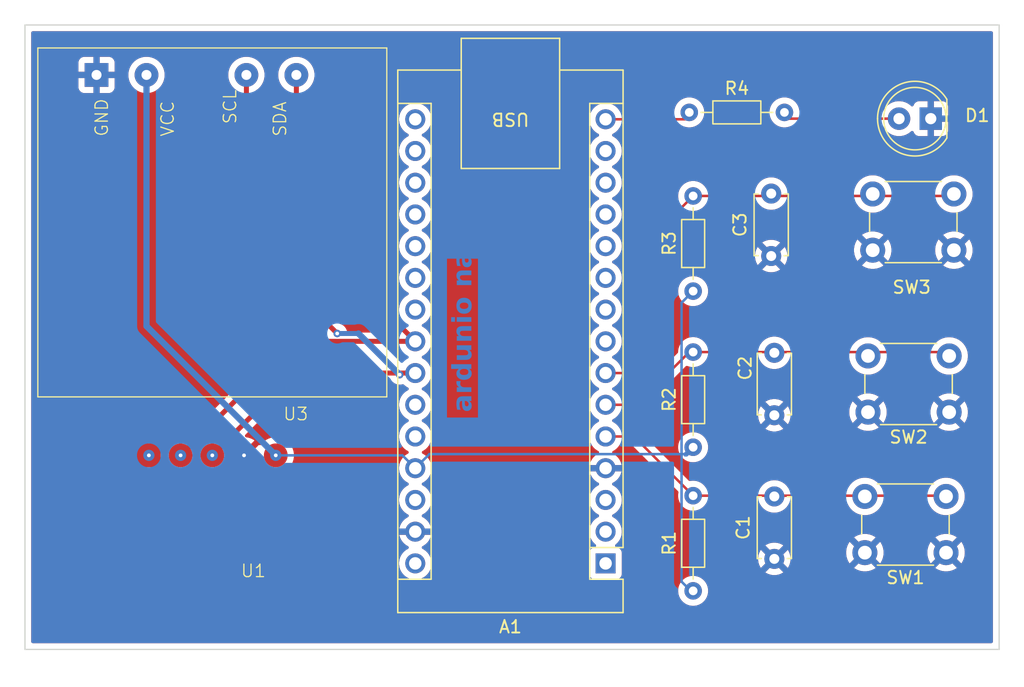
<source format=kicad_pcb>
(kicad_pcb (version 20241229) (generator "pcbnew") (generator_version "9.0")
  (layers (0 "F.Cu" signal "Front") (4 "In1.Cu" signal) (6 "In2.Cu" signal) (2 "B.Cu" signal "Back") (13 "F.Paste" user) (15 "B.Paste" user) (5 "F.SilkS" user "F.Silkscreen") (7 "B.SilkS" user "B.Silkscreen") (1 "F.Mask" user) (3 "B.Mask" user) (25 "Edge.Cuts" user))
  (net 0 "")
  (net 1 "GND")
  (net 9 "Net-(A1-D2)")
  (net 10 "+5V")
  (net 11 "Net-(A1-D3)")
  (net 18 "Net-(A1-A4)")
  (net 21 "Net-(A1-D4)")
  (net 22 "Net-(A1-D12)")
  (net 29 "Net-(A1-A5)")
  (net 30 "Net-(D1-A)")
  (net 31 "unconnected-(U1-INT-Pad1)")
  (footprint "Resistor_THT:R_Axial_DIN0204_L3.6mm_D1.6mm_P7.62mm_Horizontal" (layer "F.Cu") (at 152.5 93.81 90)
    (property "Reference" "R2" (at 3.81 -1.92 90) (layer "F.SilkS"))
    (property "Value" "1k")
    (fp_line (start 6.68 0) (end 5.73 0) (stroke (width 0.12)) (layer "F.SilkS"))
    (fp_line (start 0.94 0) (end 1.89 0) (stroke (width 0.12)) (layer "F.SilkS"))
    (fp_rect (start 1.89 -0.92) (end 5.73 0.92) (stroke (width 0.12)) (fill no) (layer "F.SilkS"))
    (pad "1" thru_hole circle (at 0 0 90) (size 1.4 1.4) (drill 0.7) (layers "*.Cu" "*.Mask") (net 10 "+5V"))
    (pad "2" thru_hole circle (at 7.62 0 90) (size 1.4 1.4) (drill 0.7) (layers "*.Cu" "*.Mask") (net 11 "Net-(A1-D3)"))
  )
  (footprint "Button_Switch_THT:SW_PUSH_6mm" (layer "F.Cu") (at 172.75 102.25 180)
    (property "Reference" "SW1" (at 3.25 -2 0) (layer "F.SilkS"))
    (property "Value" "SW_Push")
    (fp_line (start 6.75 3) (end 6.75 1.5) (stroke (width 0.12)) (layer "F.SilkS"))
    (fp_line (start 5.5 -1) (end 1 -1) (stroke (width 0.12)) (layer "F.SilkS"))
    (fp_line (start 1 5.5) (end 5.5 5.5) (stroke (width 0.12)) (layer "F.SilkS"))
    (fp_line (start -0.25 1.5) (end -0.25 3) (stroke (width 0.12)) (layer "F.SilkS"))
    (pad "1" thru_hole circle (at 0 0 270) (size 2 2) (drill 1.1) (layers "*.Cu" "*.Mask") (net 1 "GND"))
    (pad "1" thru_hole circle (at 6.5 0 270) (size 2 2) (drill 1.1) (layers "*.Cu" "*.Mask") (net 1 "GND"))
    (pad "2" thru_hole circle (at 0 4.5 270) (size 2 2) (drill 1.1) (layers "*.Cu" "*.Mask") (net 9 "Net-(A1-D2)"))
    (pad "2" thru_hole circle (at 6.5 4.5 270) (size 2 2) (drill 1.1) (layers "*.Cu" "*.Mask") (net 9 "Net-(A1-D2)"))
  )
  (footprint "Resistor_THT:R_Axial_DIN0204_L3.6mm_D1.6mm_P7.62mm_Horizontal" (layer "F.Cu") (at 152.5 105.31 90)
    (property "Reference" "R1" (at 3.81 -1.92 90) (layer "F.SilkS"))
    (property "Value" "1k")
    (fp_line (start 6.68 0) (end 5.73 0) (stroke (width 0.12)) (layer "F.SilkS"))
    (fp_line (start 0.94 0) (end 1.89 0) (stroke (width 0.12)) (layer "F.SilkS"))
    (fp_rect (start 1.89 -0.92) (end 5.73 0.92) (stroke (width 0.12)) (fill no) (layer "F.SilkS"))
    (pad "1" thru_hole circle (at 0 0 90) (size 1.4 1.4) (drill 0.7) (layers "*.Cu" "*.Mask") (net 10 "+5V"))
    (pad "2" thru_hole circle (at 7.62 0 90) (size 1.4 1.4) (drill 0.7) (layers "*.Cu" "*.Mask") (net 9 "Net-(A1-D2)"))
  )
  (footprint "Resistor_THT:R_Axial_DIN0204_L3.6mm_D1.6mm_P7.62mm_Horizontal" (layer "F.Cu") (at 152.19 67)
    (property "Reference" "R4" (at 3.81 -1.92 0) (layer "F.SilkS"))
    (property "Value" "1k" (hide yes))
    (fp_line (start 0.94 0) (end 1.89 0) (stroke (width 0.12)) (layer "F.SilkS"))
    (fp_line (start 6.68 0) (end 5.73 0) (stroke (width 0.12)) (layer "F.SilkS"))
    (fp_rect (start 1.89 -0.92) (end 5.73 0.92) (stroke (width 0.12)) (fill no) (layer "F.SilkS"))
    (pad "1" thru_hole circle (at 0 0) (size 1.4 1.4) (drill 0.7) (layers "*.Cu" "*.Mask") (net 22 "Net-(A1-D12)"))
    (pad "2" thru_hole circle (at 7.62 0) (size 1.4 1.4) (drill 0.7) (layers "*.Cu" "*.Mask") (net 30 "Net-(D1-A)"))
  )
  (footprint "spo2_stuff:Untitled" (layer "F.Cu") (at 114 97)
    (property "Reference" "U1" (at 3.29 6.71 0) (layer "F.SilkS") (effects (font (thickness 0.1))))
    (property "Value" "MAX3012")
    (pad "1" connect rect (at -5.08 -2.54) (size 1.905 1.905) (layers "F.Cu" "F.Mask") (net 31 "unconnected-(U1-INT-Pad1)"))
    (pad "2" connect circle (at -2.54 -2.54) (size 1.905 1.905) (layers "F.Cu" "F.Mask") (net 18 "Net-(A1-A4)"))
    (pad "3" connect circle (at 0 -2.54) (size 1.905 1.905) (layers "F.Cu" "F.Mask") (net 29 "Net-(A1-A5)"))
    (pad "4" connect circle (at 2.54 -2.54) (size 1.905 1.905) (layers "F.Cu" "F.Mask") (net 1 "GND"))
    (pad "5" connect circle (at 5.08 -2.54) (size 1.905 1.905) (layers "F.Cu" "F.Mask") (net 10 "+5V"))
  )
  (footprint "LED_THT:LED_D5.0mm" (layer "F.Cu") (at 171.525 67.5 180)
    (property "Reference" "D1" (at -3.725 0.25 0) (layer "F.SilkS"))
    (property "Value" "LED")
    (fp_line (start -1.29 -1.545) (end -1.29 1.545) (stroke (width 0.12)) (layer "F.SilkS"))
    (fp_arc (start 4.26 0) (mid 2.071779 2.880495) (end -1.29 1.54483) (stroke (width 0.12)) (layer "F.SilkS"))
    (fp_arc (start -1.29 -1.54483) (mid 2.071779 -2.880495) (end 4.26 0) (stroke (width 0.12)) (layer "F.SilkS"))
    (fp_circle (center 1.27 0) (end 3.77 0) (stroke (width 0.12)) (fill no) (layer "F.SilkS"))
    (pad "1" thru_hole rect (at 0 0 180) (size 1.8 1.8) (drill 0.9) (layers "*.Cu" "*.Mask") (net 1 "GND"))
    (pad "2" thru_hole circle (at 2.54 0 180) (size 1.8 1.8) (drill 0.9) (layers "*.Cu" "*.Mask") (net 30 "Net-(D1-A)"))
  )
  (footprint "Resistor_THT:R_Axial_DIN0204_L3.6mm_D1.6mm_P7.62mm_Horizontal" (layer "F.Cu") (at 152.5 81.31 90)
    (property "Reference" "R3" (at 3.81 -1.92 90) (layer "F.SilkS"))
    (property "Value" "1k")
    (fp_line (start 6.68 0) (end 5.73 0) (stroke (width 0.12)) (layer "F.SilkS"))
    (fp_line (start 0.94 0) (end 1.89 0) (stroke (width 0.12)) (layer "F.SilkS"))
    (fp_rect (start 1.89 -0.92) (end 5.73 0.92) (stroke (width 0.12)) (fill no) (layer "F.SilkS"))
    (pad "1" thru_hole circle (at 0 0 90) (size 1.4 1.4) (drill 0.7) (layers "*.Cu" "*.Mask") (net 10 "+5V"))
    (pad "2" thru_hole circle (at 7.62 0 90) (size 1.4 1.4) (drill 0.7) (layers "*.Cu" "*.Mask") (net 21 "Net-(A1-D4)"))
  )
  (footprint "Capacitor_THT:C_Disc_D4.7mm_W2.5mm_P5.00mm" (layer "F.Cu") (at 158.75 78.5 90)
    (property "Reference" "C3" (at 2.5 -2.5 90) (layer "F.SilkS"))
    (property "Value" "100n")
    (fp_line (start 4.97 -1.37) (end 4.97 -1.04) (stroke (width 0.12)) (layer "F.SilkS"))
    (fp_line (start 0.03 -1.37) (end 4.97 -1.37) (stroke (width 0.12)) (layer "F.SilkS"))
    (fp_line (start 0.03 -1.04) (end 0.03 -1.37) (stroke (width 0.12)) (layer "F.SilkS"))
    (fp_line (start 4.97 1.04) (end 4.97 1.37) (stroke (width 0.12)) (layer "F.SilkS"))
    (fp_line (start 4.97 1.37) (end 0.03 1.37) (stroke (width 0.12)) (layer "F.SilkS"))
    (fp_line (start 0.03 1.37) (end 0.03 1.04) (stroke (width 0.12)) (layer "F.SilkS"))
    (pad "1" thru_hole circle (at 0 0 90) (size 1.6 1.6) (drill 0.8) (layers "*.Cu" "*.Mask") (net 1 "GND"))
    (pad "2" thru_hole circle (at 5 0 90) (size 1.6 1.6) (drill 0.8) (layers "*.Cu" "*.Mask") (net 21 "Net-(A1-D4)"))
  )
  (footprint "Module:Arduino_Nano" (layer "F.Cu") (at 145.49 103.11 180)
    (property "Reference" "A1" (at 7.62 -5.08 0) (layer "F.SilkS"))
    (property "Value" "Arduino_Nano_v3.x")
    (fp_line (start 16.64 39.5) (end 16.64 -3.94) (stroke (width 0.12)) (layer "F.SilkS"))
    (fp_line (start 16.64 39.5) (end 11.56 39.5) (stroke (width 0.12)) (layer "F.SilkS"))
    (fp_line (start 16.64 -3.94) (end -1.4 -3.94) (stroke (width 0.12)) (layer "F.SilkS"))
    (fp_line (start 13.97 36.83) (end 16.64 36.83) (stroke (width 0.12)) (layer "F.SilkS"))
    (fp_line (start 13.97 -1.27) (end 16.64 -1.27) (stroke (width 0.12)) (layer "F.SilkS"))
    (fp_line (start 13.97 -1.27) (end 13.97 36.83) (stroke (width 0.12)) (layer "F.SilkS"))
    (fp_line (start 11.56 42.04) (end 3.68 42.04) (stroke (width 0.12)) (layer "F.SilkS"))
    (fp_line (start 11.56 31.62) (end 11.56 42.04) (stroke (width 0.12)) (layer "F.SilkS"))
    (fp_line (start 3.68 42.04) (end 3.68 31.62) (stroke (width 0.12)) (layer "F.SilkS"))
    (fp_line (start 3.68 31.62) (end 11.56 31.62) (stroke (width 0.12)) (layer "F.SilkS"))
    (fp_line (start 1.27 36.83) (end -1.4 36.83) (stroke (width 0.12)) (layer "F.SilkS"))
    (fp_line (start 1.27 1.27) (end 1.27 36.83) (stroke (width 0.12)) (layer "F.SilkS"))
    (fp_line (start 1.27 1.27) (end 1.27 -1.27) (stroke (width 0.12)) (layer "F.SilkS"))
    (fp_line (start 1.27 1.27) (end -1.4 1.27) (stroke (width 0.12)) (layer "F.SilkS"))
    (fp_line (start 1.27 -1.27) (end -1.4 -1.27) (stroke (width 0.12)) (layer "F.SilkS"))
    (fp_line (start -1.4 39.5) (end 3.68 39.5) (stroke (width 0.12)) (layer "F.SilkS"))
    (fp_line (start -1.4 1.27) (end -1.4 39.5) (stroke (width 0.12)) (layer "F.SilkS"))
    (fp_line (start -1.4 -3.94) (end -1.4 -1.27) (stroke (width 0.12)) (layer "F.SilkS"))
    (fp_text user "USB" (at 7.62 35.56 180) (layer "F.SilkS"))
    (pad "1" thru_hole rect (at 0 0 180) (size 1.6 1.6) (drill 1) (layers "*.Cu" "*.Mask"))
    (pad "2" thru_hole oval (at 0 2.54 180) (size 1.6 1.6) (drill 1) (layers "*.Cu" "*.Mask"))
    (pad "3" thru_hole oval (at 0 5.08 180) (size 1.6 1.6) (drill 1) (layers "*.Cu" "*.Mask"))
    (pad "4" thru_hole oval (at 0 7.62 180) (size 1.6 1.6) (drill 1) (layers "*.Cu" "*.Mask") (net 1 "GND"))
    (pad "5" thru_hole oval (at 0 10.16 180) (size 1.6 1.6) (drill 1) (layers "*.Cu" "*.Mask") (net 9 "Net-(A1-D2)"))
    (pad "6" thru_hole oval (at 0 12.7 180) (size 1.6 1.6) (drill 1) (layers "*.Cu" "*.Mask") (net 11 "Net-(A1-D3)"))
    (pad "7" thru_hole oval (at 0 15.24 180) (size 1.6 1.6) (drill 1) (layers "*.Cu" "*.Mask") (net 21 "Net-(A1-D4)"))
    (pad "8" thru_hole oval (at 0 17.78 180) (size 1.6 1.6) (drill 1) (layers "*.Cu" "*.Mask"))
    (pad "9" thru_hole oval (at 0 20.32 180) (size 1.6 1.6) (drill 1) (layers "*.Cu" "*.Mask"))
    (pad "10" thru_hole oval (at 0 22.86 180) (size 1.6 1.6) (drill 1) (layers "*.Cu" "*.Mask"))
    (pad "11" thru_hole oval (at 0 25.4 180) (size 1.6 1.6) (drill 1) (layers "*.Cu" "*.Mask"))
    (pad "12" thru_hole oval (at 0 27.94 180) (size 1.6 1.6) (drill 1) (layers "*.Cu" "*.Mask"))
    (pad "13" thru_hole oval (at 0 30.48 180) (size 1.6 1.6) (drill 1) (layers "*.Cu" "*.Mask"))
    (pad "14" thru_hole oval (at 0 33.02 180) (size 1.6 1.6) (drill 1) (layers "*.Cu" "*.Mask"))
    (pad "15" thru_hole oval (at 0 35.56 180) (size 1.6 1.6) (drill 1) (layers "*.Cu" "*.Mask") (net 22 "Net-(A1-D12)"))
    (pad "16" thru_hole oval (at 15.24 35.56 180) (size 1.6 1.6) (drill 1) (layers "*.Cu" "*.Mask"))
    (pad "17" thru_hole oval (at 15.24 33.02 180) (size 1.6 1.6) (drill 1) (layers "*.Cu" "*.Mask"))
    (pad "18" thru_hole oval (at 15.24 30.48 180) (size 1.6 1.6) (drill 1) (layers "*.Cu" "*.Mask"))
    (pad "19" thru_hole oval (at 15.24 27.94 180) (size 1.6 1.6) (drill 1) (layers "*.Cu" "*.Mask"))
    (pad "20" thru_hole oval (at 15.24 25.4 180) (size 1.6 1.6) (drill 1) (layers "*.Cu" "*.Mask"))
    (pad "21" thru_hole oval (at 15.24 22.86 180) (size 1.6 1.6) (drill 1) (layers "*.Cu" "*.Mask"))
    (pad "22" thru_hole oval (at 15.24 20.32 180) (size 1.6 1.6) (drill 1) (layers "*.Cu" "*.Mask"))
    (pad "23" thru_hole oval (at 15.24 17.78 180) (size 1.6 1.6) (drill 1) (layers "*.Cu" "*.Mask") (net 18 "Net-(A1-A4)"))
    (pad "24" thru_hole oval (at 15.24 15.24 180) (size 1.6 1.6) (drill 1) (layers "*.Cu" "*.Mask") (net 29 "Net-(A1-A5)"))
    (pad "25" thru_hole oval (at 15.24 12.7 180) (size 1.6 1.6) (drill 1) (layers "*.Cu" "*.Mask"))
    (pad "26" thru_hole oval (at 15.24 10.16 180) (size 1.6 1.6) (drill 1) (layers "*.Cu" "*.Mask"))
    (pad "27" thru_hole oval (at 15.24 7.62 180) (size 1.6 1.6) (drill 1) (layers "*.Cu" "*.Mask") (net 10 "+5V"))
    (pad "28" thru_hole oval (at 15.24 5.08 180) (size 1.6 1.6) (drill 1) (layers "*.Cu" "*.Mask"))
    (pad "29" thru_hole oval (at 15.24 2.54 180) (size 1.6 1.6) (drill 1) (layers "*.Cu" "*.Mask") (net 1 "GND"))
    (pad "30" thru_hole oval (at 15.24 0 180) (size 1.6 1.6) (drill 1) (layers "*.Cu" "*.Mask"))
  )
  (footprint "spo2_stuff:Untitled_1" (layer "F.Cu") (at 112.73 72)
    (property "Reference" "U3" (at 7.955 19.149 0) (layer "F.SilkS") (effects (font (thickness 0.1))))
    (property "Value" "SSD1306")
    (fp_line (start -12.7 -10.16) (end 15.24 -10.16) (stroke (width 0.1)) (layer "F.SilkS"))
    (fp_line (start -12.7 17.78) (end -12.7 -10.16) (stroke (width 0.1)) (layer "F.SilkS"))
    (fp_line (start 15.24 -10.16) (end 15.24 17.78) (stroke (width 0.1)) (layer "F.SilkS"))
    (fp_line (start 15.24 17.78) (end -12.7 17.78) (stroke (width 0.1)) (layer "F.SilkS"))
    (fp_text user "SCL" (at 3.27 -4 90) (layer "F.SilkS") (effects (font (thickness 0.1)) (justify left bottom)))
    (fp_text user "SDA" (at 7.27 -3 90) (layer "F.SilkS") (effects (font (thickness 0.1)) (justify left bottom)))
    (fp_text user "GND" (at -7 -3 90) (layer "F.SilkS") (effects (font (thickness 0.1)) (justify left bottom)))
    (fp_text user "VCC" (at -1.73 -3 90) (layer "F.SilkS") (effects (font (thickness 0.1)) (justify left bottom)))
    (pad "1" thru_hole rect (at -8 -8) (size 1.905 1.905) (drill 0.8) (layers "*.Cu" "*.Mask") (net 1 "GND"))
    (pad "2" thru_hole circle (at -4 -8) (size 1.905 1.905) (drill 0.8) (layers "*.Cu" "*.Mask") (net 10 "+5V"))
    (pad "3" thru_hole circle (at 4 -8) (size 1.905 1.905) (drill 0.8) (layers "*.Cu" "*.Mask") (net 29 "Net-(A1-A5)"))
    (pad "4" thru_hole circle (at 8 -8) (size 1.905 1.905) (drill 0.8) (layers "*.Cu" "*.Mask") (net 18 "Net-(A1-A4)"))
  )
  (footprint "Button_Switch_THT:SW_PUSH_6mm" (layer "F.Cu") (at 173 91 180)
    (property "Reference" "SW2" (at 3.25 -2 0) (layer "F.SilkS"))
    (property "Value" "SW_Push")
    (fp_line (start 6.75 3) (end 6.75 1.5) (stroke (width 0.12)) (layer "F.SilkS"))
    (fp_line (start 5.5 -1) (end 1 -1) (stroke (width 0.12)) (layer "F.SilkS"))
    (fp_line (start 1 5.5) (end 5.5 5.5) (stroke (width 0.12)) (layer "F.SilkS"))
    (fp_line (start -0.25 1.5) (end -0.25 3) (stroke (width 0.12)) (layer "F.SilkS"))
    (pad "1" thru_hole circle (at 0 0 270) (size 2 2) (drill 1.1) (layers "*.Cu" "*.Mask") (net 1 "GND"))
    (pad "1" thru_hole circle (at 6.5 0 270) (size 2 2) (drill 1.1) (layers "*.Cu" "*.Mask") (net 1 "GND"))
    (pad "2" thru_hole circle (at 0 4.5 270) (size 2 2) (drill 1.1) (layers "*.Cu" "*.Mask") (net 11 "Net-(A1-D3)"))
    (pad "2" thru_hole circle (at 6.5 4.5 270) (size 2 2) (drill 1.1) (layers "*.Cu" "*.Mask") (net 11 "Net-(A1-D3)"))
  )
  (footprint "Capacitor_THT:C_Disc_D4.7mm_W2.5mm_P5.00mm" (layer "F.Cu") (at 159 91.25 90)
    (property "Reference" "C2" (at 3.77 -2.34 90) (layer "F.SilkS"))
    (property "Value" "100n")
    (fp_line (start 4.97 -1.37) (end 4.97 -1.04) (stroke (width 0.12)) (layer "F.SilkS"))
    (fp_line (start 0.03 -1.37) (end 4.97 -1.37) (stroke (width 0.12)) (layer "F.SilkS"))
    (fp_line (start 0.03 -1.04) (end 0.03 -1.37) (stroke (width 0.12)) (layer "F.SilkS"))
    (fp_line (start 4.97 1.04) (end 4.97 1.37) (stroke (width 0.12)) (layer "F.SilkS"))
    (fp_line (start 4.97 1.37) (end 0.03 1.37) (stroke (width 0.12)) (layer "F.SilkS"))
    (fp_line (start 0.03 1.37) (end 0.03 1.04) (stroke (width 0.12)) (layer "F.SilkS"))
    (pad "1" thru_hole circle (at 0 0 90) (size 1.6 1.6) (drill 0.8) (layers "*.Cu" "*.Mask") (net 1 "GND"))
    (pad "2" thru_hole circle (at 5 0 90) (size 1.6 1.6) (drill 0.8) (layers "*.Cu" "*.Mask") (net 11 "Net-(A1-D3)"))
  )
  (footprint "Capacitor_THT:C_Disc_D4.7mm_W2.5mm_P5.00mm" (layer "F.Cu") (at 159 102.75 90)
    (property "Reference" "C1" (at 2.5 -2.5 90) (layer "F.SilkS"))
    (property "Value" "100n")
    (fp_line (start 4.97 -1.37) (end 4.97 -1.04) (stroke (width 0.12)) (layer "F.SilkS"))
    (fp_line (start 0.03 -1.37) (end 4.97 -1.37) (stroke (width 0.12)) (layer "F.SilkS"))
    (fp_line (start 0.03 -1.04) (end 0.03 -1.37) (stroke (width 0.12)) (layer "F.SilkS"))
    (fp_line (start 4.97 1.04) (end 4.97 1.37) (stroke (width 0.12)) (layer "F.SilkS"))
    (fp_line (start 4.97 1.37) (end 0.03 1.37) (stroke (width 0.12)) (layer "F.SilkS"))
    (fp_line (start 0.03 1.37) (end 0.03 1.04) (stroke (width 0.12)) (layer "F.SilkS"))
    (pad "1" thru_hole circle (at 0 0 90) (size 1.6 1.6) (drill 0.8) (layers "*.Cu" "*.Mask") (net 1 "GND"))
    (pad "2" thru_hole circle (at 5 0 90) (size 1.6 1.6) (drill 0.8) (layers "*.Cu" "*.Mask") (net 9 "Net-(A1-D2)"))
  )
  (footprint "Button_Switch_THT:SW_PUSH_6mm" (layer "F.Cu") (at 173.378 78.033 180)
    (property "Reference" "SW3" (at 3.378 -2.967 0) (layer "F.SilkS"))
    (property "Value" "SW_Push")
    (fp_line (start 6.75 3) (end 6.75 1.5) (stroke (width 0.12)) (layer "F.SilkS"))
    (fp_line (start 5.5 -1) (end 1 -1) (stroke (width 0.12)) (layer "F.SilkS"))
    (fp_line (start 1 5.5) (end 5.5 5.5) (stroke (width 0.12)) (layer "F.SilkS"))
    (fp_line (start -0.25 1.5) (end -0.25 3) (stroke (width 0.12)) (layer "F.SilkS"))
    (pad "1" thru_hole circle (at 0 0 270) (size 2 2) (drill 1.1) (layers "*.Cu" "*.Mask") (net 1 "GND"))
    (pad "1" thru_hole circle (at 6.5 0 270) (size 2 2) (drill 1.1) (layers "*.Cu" "*.Mask") (net 1 "GND"))
    (pad "2" thru_hole circle (at 0 4.5 270) (size 2 2) (drill 1.1) (layers "*.Cu" "*.Mask") (net 21 "Net-(A1-D4)"))
    (pad "2" thru_hole circle (at 6.5 4.5 270) (size 2 2) (drill 1.1) (layers "*.Cu" "*.Mask") (net 21 "Net-(A1-D4)"))
  )
  (gr_line (start 99 110) (end 99 60) (stroke (width 0.1)) (layer "Edge.Cuts"))
  (gr_line (start 177 60) (end 177 110) (stroke (width 0.1)) (layer "Edge.Cuts"))
  (gr_line (start 177 110) (end 99 110) (stroke (width 0.1)) (layer "Edge.Cuts"))
  (gr_line (start 99 60) (end 177 60) (stroke (width 0.1)) (layer "Edge.Cuts"))
  (gr_text "ardunio nano\n" (at 135 91 90) (layer "B.Cu") (effects (font (size 1.524 1.524) (thickness 0.3048) (bold yes)) (justify left bottom)))
  (via (at 116.54 94.46) (size 0.9) (drill 0.3) (layers "F.Cu" "B.Cu") (net 1))
  (segment (start 152.5 97.69) (end 147.76 92.95) (width 0.2) (layer "F.Cu") (net 9))
  (segment (start 152.5 97.69) (end 172.69 97.69) (width 0.2) (layer "F.Cu") (net 9))
  (segment (start 147.76 92.95) (end 145.49 92.95) (width 0.2) (layer "F.Cu") (net 9))
  (segment (start 172.69 97.69) (end 172.75 97.75) (width 0.2) (layer "F.Cu") (net 9))
  (via (at 119.08 94.46) (size 0.9) (drill 0.3) (layers "F.Cu" "B.Cu") (net 10))
  (segment (start 152.5 105.31) (end 152.19 105) (width 0.2) (layer "B.Cu") (net 10))
  (segment (start 151.572 104.572) (end 151.572 82.238) (width 0.2) (layer "B.Cu") (net 10))
  (segment (start 108.73 64.19) (end 108.73 84.11) (width 0.5) (layer "B.Cu") (net 10))
  (segment (start 151.572 82.238) (end 152.5 81.31) (width 0.2) (layer "B.Cu") (net 10))
  (segment (start 152.19 105) (end 152 105) (width 0.2) (layer "B.Cu") (net 10))
  (segment (start 152.5 93.81) (end 151.848 94.462) (width 0.2) (layer "B.Cu") (net 10))
  (segment (start 129.22 94.46) (end 130.25 95.49) (width 0.2) (layer "B.Cu") (net 10))
  (segment (start 131.378 94.362) (end 151.948 94.362) (width 0.2) (layer "B.Cu") (net 10))
  (segment (start 119.08 94.46) (end 129.22 94.46) (width 0.2) (layer "B.Cu") (net 10))
  (segment (start 108.73 84.11) (end 119.08 94.46) (width 0.5) (layer "B.Cu") (net 10))
  (segment (start 130.25 95.49) (end 131.378 94.362) (width 0.2) (layer "B.Cu") (net 10))
  (segment (start 151.948 94.362) (end 152.5 93.81) (width 0.4) (layer "B.Cu") (net 10))
  (segment (start 152 105) (end 151.572 104.572) (width 0.2) (layer "B.Cu") (net 10))
  (segment (start 152.5 86.19) (end 152.81 86.19) (width 0.2) (layer "F.Cu") (net 11))
  (segment (start 152.5 86.19) (end 172.69 86.19) (width 0.2) (layer "F.Cu") (net 11))
  (segment (start 147.97 90.41) (end 145.49 90.41) (width 0.2) (layer "F.Cu") (net 11))
  (segment (start 152.5 86.19) (end 152.19 86.19) (width 0.2) (layer "F.Cu") (net 11))
  (segment (start 152.81 86.19) (end 153 86) (width 0.2) (layer "F.Cu") (net 11))
  (segment (start 152.19 86.19) (end 147.97 90.41) (width 0.2) (layer "F.Cu") (net 11))
  (segment (start 172.69 86.19) (end 173 86.5) (width 0.2) (layer "F.Cu") (net 11))
  (segment (start 153 86) (end 152 86) (width 0.2) (layer "F.Cu") (net 11))
  (segment (start 120.59 85.33) (end 111.46 94.46) (width 0.4) (layer "F.Cu") (net 18))
  (segment (start 120.73 64.19) (end 120.73 75.81) (width 0.4) (layer "F.Cu") (net 18))
  (segment (start 120.73 75.81) (end 130.25 85.33) (width 0.4) (layer "F.Cu") (net 18))
  (segment (start 130.25 85.33) (end 120.59 85.33) (width 0.4) (layer "F.Cu") (net 18))
  (via (at 111.46 94.46) (size 0.9) (drill 0.3) (layers "F.Cu" "B.Cu") (net 18))
  (segment (start 111.255 94.665) (end 111.46 94.46) (width 0.2) (layer "B.Cu") (net 18))
  (segment (start 148 87.87) (end 145.49 87.87) (width 0.2) (layer "F.Cu") (net 21))
  (segment (start 148 78.19) (end 148 87.87) (width 0.2) (layer "F.Cu") (net 21))
  (segment (start 152.5 73.69) (end 173.221 73.69) (width 0.2) (layer "F.Cu") (net 21))
  (segment (start 173.221 73.69) (end 173.378 73.533) (width 0.2) (layer "F.Cu") (net 21))
  (segment (start 152.5 73.69) (end 148 78.19) (width 0.2) (layer "F.Cu") (net 21))
  (segment (start 145.49 67.55) (end 152.39 67.55) (width 0.2) (layer "F.Cu") (net 22))
  (segment (start 152.39 67.55) (end 152.44 67.5) (width 0.2) (layer "F.Cu") (net 22))
  (segment (start 116.73 64.19) (end 116.73 77.433) (width 0.4) (layer "F.Cu") (net 29))
  (segment (start 116.73 77.433) (end 124 84.703) (width 0.4) (layer "F.Cu") (net 29))
  (segment (start 130.25 87.87) (end 120.59 87.87) (width 0.4) (layer "F.Cu") (net 29))
  (segment (start 120.59 87.87) (end 114 94.46) (width 0.4) (layer "F.Cu") (net 29))
  (via (at 129 88) (size 0.6) (drill 0.3) (layers "F.Cu" "B.Cu") (net 29))
  (via (at 114 94.46) (size 0.9) (drill 0.3) (layers "F.Cu" "B.Cu") (net 29))
  (via (at 124 84.703) (size 0.6) (drill 0.3) (layers "F.Cu" "B.Cu") (net 29))
  (segment (start 125.703 84.703) (end 129 88) (width 0.5) (layer "B.Cu") (net 29))
  (segment (start 124 84.703) (end 125.703 84.703) (width 0.4) (layer "B.Cu") (net 29))
  (segment (start 160.06 67.5) (end 168.985 67.5) (width 0.2) (layer "F.Cu") (net 30))
  (via (at 108.92 94.46) (size 0.9) (drill 0.3) (layers "F.Cu" "B.Cu") (net 31))
  (zone (net 1) (net_name "GND") (layers "F.Cu" "B.Cu") (connect_pads (clearance 0.5)) (min_thickness 0.25) (fill yes (thermal_gap 0.5) (thermal_bridge_width 0.5))
    (polygon (pts (xy 97 58) (xy 179 58) (xy 179 112) (xy 97 113)))
  )
)
</source>
